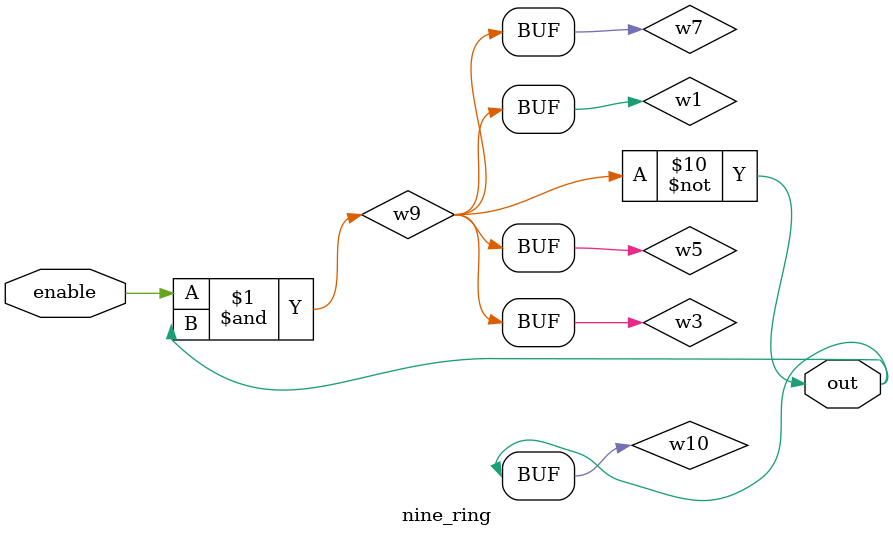
<source format=v>
`timescale 1ns / 1ps


module nine_ring(enable,out);
    input enable;
    output out;
    //output w1, w2, w3, w4, w5, w6, out;
    (* ALLOW_COMBINATIONAL_LOOPS = "TRUE" *)
    (* DONT_TOUCH = "TRUE" *) wire w1, w2, w3, w4, w5, w6, w7, w8, w9, w10;
    
    //input enable;
    //output w1, w2, w3, w4, w5, w6, Q;
    
    assign out = w10;
    and #5(w1, enable,out );   
    not #5(w2, w1);
    not #5(w3, w2);
    not #5(w4, w3);
    not #5(w5, w4);
    not #5(w6,w5);
    not #5(w7,w6);
    not #5(w8,w7);
    not #5(w9,w8);
    not #5(w10,w9);
    
    
    
    
    
    
endmodule

</source>
